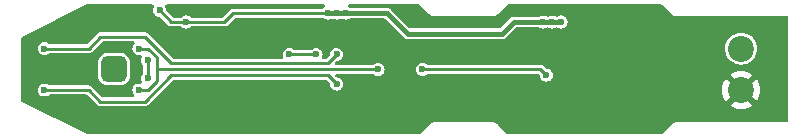
<source format=gbr>
%TF.GenerationSoftware,KiCad,Pcbnew,7.0.11-2.fc39*%
%TF.CreationDate,2024-11-23T03:24:36+03:00*%
%TF.ProjectId,logic_tester,6c6f6769-635f-4746-9573-7465722e6b69,1.0*%
%TF.SameCoordinates,PX47868c0PY55d4a80*%
%TF.FileFunction,Copper,L2,Bot*%
%TF.FilePolarity,Positive*%
%FSLAX46Y46*%
G04 Gerber Fmt 4.6, Leading zero omitted, Abs format (unit mm)*
G04 Created by KiCad (PCBNEW 7.0.11-2.fc39) date 2024-11-23 03:24:36*
%MOMM*%
%LPD*%
G01*
G04 APERTURE LIST*
G04 Aperture macros list*
%AMRoundRect*
0 Rectangle with rounded corners*
0 $1 Rounding radius*
0 $2 $3 $4 $5 $6 $7 $8 $9 X,Y pos of 4 corners*
0 Add a 4 corners polygon primitive as box body*
4,1,4,$2,$3,$4,$5,$6,$7,$8,$9,$2,$3,0*
0 Add four circle primitives for the rounded corners*
1,1,$1+$1,$2,$3*
1,1,$1+$1,$4,$5*
1,1,$1+$1,$6,$7*
1,1,$1+$1,$8,$9*
0 Add four rect primitives between the rounded corners*
20,1,$1+$1,$2,$3,$4,$5,0*
20,1,$1+$1,$4,$5,$6,$7,0*
20,1,$1+$1,$6,$7,$8,$9,0*
20,1,$1+$1,$8,$9,$2,$3,0*%
G04 Aperture macros list end*
%TA.AperFunction,ComponentPad*%
%ADD10C,2.200000*%
%TD*%
%TA.AperFunction,ComponentPad*%
%ADD11RoundRect,0.550000X0.550000X0.550000X-0.550000X0.550000X-0.550000X-0.550000X0.550000X-0.550000X0*%
%TD*%
%TA.AperFunction,ViaPad*%
%ADD12C,0.600000*%
%TD*%
%TA.AperFunction,Conductor*%
%ADD13C,0.400000*%
%TD*%
%TA.AperFunction,Conductor*%
%ADD14C,0.250000*%
%TD*%
G04 APERTURE END LIST*
D10*
%TO.P,J1,1,Pin_1*%
%TO.N,GNDD*%
X61500000Y-11750000D03*
%TO.P,J1,2,Pin_2*%
%TO.N,Net-(D1-A)*%
X61500000Y-8250000D03*
%TD*%
D11*
%TO.P,J2,1,Pin_1*%
%TO.N,/PROBE*%
X8400000Y-10000000D03*
%TD*%
D12*
%TO.N,GNDD*%
X33500000Y-5000000D03*
X30750000Y-6250000D03*
X27500000Y-14750000D03*
X10250000Y-10750000D03*
X36500000Y-14000000D03*
X32750000Y-13750000D03*
X48500000Y-13750000D03*
X37750000Y-14000000D03*
X40250000Y-14000000D03*
X37750000Y-6000000D03*
X10250000Y-9250000D03*
X39000000Y-6000000D03*
X49250000Y-5750000D03*
X34500000Y-13750000D03*
X41500000Y-14500000D03*
X13500000Y-8000000D03*
X49500000Y-13750000D03*
X41500000Y-5500000D03*
X14000000Y-14000000D03*
X14500000Y-5000000D03*
X47750000Y-5750000D03*
X36500000Y-6000000D03*
X11000000Y-5000000D03*
X39000000Y-14000000D03*
X2500000Y-7250000D03*
X14000000Y-13000000D03*
X20000000Y-6000000D03*
X11000000Y-15000000D03*
X26500000Y-14750000D03*
X47500000Y-13750000D03*
X26000000Y-11250000D03*
X40250000Y-6000000D03*
X2500000Y-12750000D03*
X34250000Y-5000000D03*
X14000000Y-11500000D03*
%TO.N,/REF_D*%
X23250000Y-8750000D03*
X25500000Y-8750000D03*
%TO.N,/CENTER*%
X11250000Y-9250000D03*
X11250000Y-10750000D03*
%TO.N,V+*%
X45500000Y-6000000D03*
X27250000Y-5250000D03*
X12250000Y-5000000D03*
X28000000Y-5250000D03*
X46250000Y-6000000D03*
X44750000Y-6000000D03*
X14500000Y-6000000D03*
X26500000Y-5250000D03*
%TO.N,/VCC_REG*%
X10500000Y-11750000D03*
X10500000Y-8250000D03*
X30750000Y-10000000D03*
%TO.N,Net-(U2-ADJ)*%
X34500000Y-10000000D03*
X45000000Y-10500000D03*
%TO.N,Net-(R17-Pad1)*%
X2500000Y-8250000D03*
X27250000Y-8750000D03*
%TO.N,Net-(R19-Pad1)*%
X2500000Y-11750000D03*
X27250000Y-11250000D03*
%TD*%
D13*
%TO.N,GNDD*%
X49250000Y-5750000D02*
X47750000Y-5750000D01*
X29500000Y-7500000D02*
X21500000Y-7500000D01*
X50000000Y-13250000D02*
X49500000Y-13750000D01*
X31500000Y-10750000D02*
X31500000Y-9500000D01*
X47500000Y-13750000D02*
X46250000Y-12500000D01*
D14*
X13500000Y-8000000D02*
X14500000Y-8000000D01*
X14500000Y-8000000D02*
X18000000Y-8000000D01*
D13*
X29500000Y-7500000D02*
X30750000Y-6250000D01*
D14*
X15750000Y-14750000D02*
X14000000Y-13000000D01*
D13*
X47750000Y-7000000D02*
X46250000Y-8500000D01*
X31500000Y-9500000D02*
X29500000Y-7500000D01*
X21500000Y-7500000D02*
X20000000Y-6000000D01*
D14*
X21750000Y-14750000D02*
X15750000Y-14750000D01*
D13*
X30000000Y-12250000D02*
X31500000Y-10750000D01*
X46250000Y-8500000D02*
X32500000Y-8500000D01*
X61500000Y-11750000D02*
X60000000Y-13250000D01*
D14*
X18000000Y-8000000D02*
X20000000Y-6000000D01*
X21750000Y-14750000D02*
X26500000Y-14750000D01*
D13*
X47750000Y-5750000D02*
X47750000Y-7000000D01*
X32500000Y-8500000D02*
X31500000Y-9500000D01*
X26000000Y-11250000D02*
X27000000Y-12250000D01*
X34500000Y-13750000D02*
X32750000Y-13750000D01*
X27000000Y-12250000D02*
X30000000Y-12250000D01*
X49500000Y-13750000D02*
X47500000Y-13750000D01*
D14*
X14000000Y-11500000D02*
X14000000Y-13000000D01*
D13*
X60000000Y-13250000D02*
X50000000Y-13250000D01*
X31500000Y-12500000D02*
X32750000Y-13750000D01*
X31500000Y-10750000D02*
X31500000Y-12500000D01*
X46250000Y-12500000D02*
X46250000Y-8500000D01*
D14*
%TO.N,/REF_D*%
X23250000Y-8750000D02*
X25500000Y-8750000D01*
%TO.N,/CENTER*%
X11250000Y-9250000D02*
X11250000Y-10750000D01*
%TO.N,V+*%
X17750000Y-6000000D02*
X18500000Y-5250000D01*
D13*
X28000000Y-5250000D02*
X31500000Y-5250000D01*
X33250000Y-7000000D02*
X41250000Y-7000000D01*
X45500000Y-6000000D02*
X46250000Y-6000000D01*
X31500000Y-5250000D02*
X33250000Y-7000000D01*
D14*
X26500000Y-5250000D02*
X18500000Y-5250000D01*
D13*
X42250000Y-6000000D02*
X46250000Y-6000000D01*
X41250000Y-7000000D02*
X42250000Y-6000000D01*
D14*
X13250000Y-6000000D02*
X14500000Y-6000000D01*
D13*
X45500000Y-6000000D02*
X44750000Y-6000000D01*
D14*
X12250000Y-5000000D02*
X13250000Y-6000000D01*
X14500000Y-6000000D02*
X17750000Y-6000000D01*
D13*
X26500000Y-5250000D02*
X28000000Y-5250000D01*
D14*
%TO.N,/VCC_REG*%
X12000000Y-11000000D02*
X12000000Y-10000000D01*
X12000000Y-9000000D02*
X12000000Y-10000000D01*
X11250000Y-11750000D02*
X12000000Y-11000000D01*
X10500000Y-8250000D02*
X11250000Y-8250000D01*
X12000000Y-10000000D02*
X30750000Y-10000000D01*
X11250000Y-8250000D02*
X12000000Y-9000000D01*
X10500000Y-11750000D02*
X11250000Y-11750000D01*
%TO.N,Net-(U2-ADJ)*%
X44500000Y-10000000D02*
X45000000Y-10500000D01*
X34500000Y-10000000D02*
X44500000Y-10000000D01*
%TO.N,Net-(R17-Pad1)*%
X26500000Y-9500000D02*
X13250000Y-9500000D01*
X6250000Y-8250000D02*
X7250000Y-7250000D01*
X2500000Y-8250000D02*
X6250000Y-8250000D01*
X13250000Y-9500000D02*
X11000000Y-7250000D01*
X11000000Y-7250000D02*
X7250000Y-7250000D01*
X27250000Y-8750000D02*
X26500000Y-9500000D01*
%TO.N,Net-(R19-Pad1)*%
X27250000Y-11250000D02*
X26500000Y-10500000D01*
X6250000Y-11750000D02*
X7250000Y-12750000D01*
X11000000Y-12750000D02*
X7250000Y-12750000D01*
X26500000Y-10500000D02*
X13250000Y-10500000D01*
X13250000Y-10500000D02*
X11000000Y-12750000D01*
X2500000Y-11750000D02*
X6250000Y-11750000D01*
%TD*%
%TA.AperFunction,Conductor*%
%TO.N,GNDD*%
G36*
X11713663Y-4520462D02*
G01*
X11768201Y-4575000D01*
X11788163Y-4649500D01*
X11771236Y-4712672D01*
X11772876Y-4713352D01*
X11713668Y-4856293D01*
X11694750Y-4999997D01*
X11694750Y-5000002D01*
X11713668Y-5143706D01*
X11769138Y-5277625D01*
X11834690Y-5363052D01*
X11857379Y-5392621D01*
X11858457Y-5393448D01*
X11972374Y-5480861D01*
X12106293Y-5536331D01*
X12227737Y-5552319D01*
X12298994Y-5581834D01*
X12313648Y-5594685D01*
X12946015Y-6227052D01*
X12965392Y-6250913D01*
X12969911Y-6257830D01*
X12969914Y-6257833D01*
X12969916Y-6257836D01*
X12993666Y-6276321D01*
X13003199Y-6284739D01*
X13006481Y-6287518D01*
X13006483Y-6287520D01*
X13022985Y-6299302D01*
X13027891Y-6302960D01*
X13068811Y-6334809D01*
X13068817Y-6334811D01*
X13075757Y-6338566D01*
X13082797Y-6342008D01*
X13082799Y-6342008D01*
X13082801Y-6342010D01*
X13132480Y-6356800D01*
X13138324Y-6358673D01*
X13156367Y-6364867D01*
X13187340Y-6375500D01*
X13195101Y-6376795D01*
X13202909Y-6377768D01*
X13202912Y-6377769D01*
X13254699Y-6375627D01*
X13260856Y-6375500D01*
X14034488Y-6375500D01*
X14108988Y-6395462D01*
X14125194Y-6406291D01*
X14222374Y-6480861D01*
X14356293Y-6536331D01*
X14499997Y-6555250D01*
X14500000Y-6555250D01*
X14500003Y-6555250D01*
X14643706Y-6536331D01*
X14643708Y-6536330D01*
X14643709Y-6536330D01*
X14777625Y-6480861D01*
X14874806Y-6406290D01*
X14946063Y-6376775D01*
X14965512Y-6375500D01*
X17695603Y-6375500D01*
X17726177Y-6378671D01*
X17734262Y-6380366D01*
X17734263Y-6380366D01*
X17734268Y-6380367D01*
X17762925Y-6376795D01*
X17764137Y-6376644D01*
X17776784Y-6375858D01*
X17781112Y-6375500D01*
X17781114Y-6375500D01*
X17801132Y-6372159D01*
X17807177Y-6371278D01*
X17836126Y-6367670D01*
X17858621Y-6364867D01*
X17858623Y-6364866D01*
X17858626Y-6364866D01*
X17858628Y-6364864D01*
X17866139Y-6362628D01*
X17873602Y-6360066D01*
X17873610Y-6360065D01*
X17919224Y-6335379D01*
X17924597Y-6332614D01*
X17971211Y-6309826D01*
X17971214Y-6309822D01*
X17977604Y-6305259D01*
X17983817Y-6300423D01*
X17983826Y-6300419D01*
X18018946Y-6262267D01*
X18023163Y-6257872D01*
X18611896Y-5669141D01*
X18678691Y-5630577D01*
X18717255Y-5625500D01*
X26034488Y-5625500D01*
X26108988Y-5645462D01*
X26125194Y-5656291D01*
X26222374Y-5730861D01*
X26356293Y-5786331D01*
X26499997Y-5805250D01*
X26500000Y-5805250D01*
X26500003Y-5805250D01*
X26643706Y-5786331D01*
X26643708Y-5786330D01*
X26643709Y-5786330D01*
X26777625Y-5730861D01*
X26777625Y-5730860D01*
X26777627Y-5730860D01*
X26786086Y-5725977D01*
X26786821Y-5727250D01*
X26848317Y-5701775D01*
X26867771Y-5700500D01*
X26882229Y-5700500D01*
X26956729Y-5720462D01*
X26971765Y-5730509D01*
X26972372Y-5730860D01*
X27106293Y-5786331D01*
X27249997Y-5805250D01*
X27250000Y-5805250D01*
X27250003Y-5805250D01*
X27393706Y-5786331D01*
X27393708Y-5786330D01*
X27393709Y-5786330D01*
X27527625Y-5730861D01*
X27527625Y-5730860D01*
X27527627Y-5730860D01*
X27536086Y-5725977D01*
X27536821Y-5727250D01*
X27598317Y-5701775D01*
X27617771Y-5700500D01*
X27632229Y-5700500D01*
X27706729Y-5720462D01*
X27721765Y-5730509D01*
X27722372Y-5730860D01*
X27856293Y-5786331D01*
X27999997Y-5805250D01*
X28000000Y-5805250D01*
X28000003Y-5805250D01*
X28143706Y-5786331D01*
X28143708Y-5786330D01*
X28143709Y-5786330D01*
X28277625Y-5730861D01*
X28277625Y-5730860D01*
X28277627Y-5730860D01*
X28286086Y-5725977D01*
X28286821Y-5727250D01*
X28348317Y-5701775D01*
X28367771Y-5700500D01*
X31251678Y-5700500D01*
X31326178Y-5720462D01*
X31357037Y-5744141D01*
X32907640Y-7294743D01*
X32918773Y-7307201D01*
X32940121Y-7333970D01*
X32986985Y-7365921D01*
X32991498Y-7369124D01*
X33007135Y-7380664D01*
X33037118Y-7402793D01*
X33037120Y-7402794D01*
X33044678Y-7406789D01*
X33052322Y-7410470D01*
X33052325Y-7410471D01*
X33052327Y-7410472D01*
X33106542Y-7427194D01*
X33111778Y-7428917D01*
X33165301Y-7447646D01*
X33165302Y-7447646D01*
X33173660Y-7449227D01*
X33182095Y-7450499D01*
X33182098Y-7450500D01*
X33238766Y-7450500D01*
X33244337Y-7450604D01*
X33245833Y-7450659D01*
X33301010Y-7452725D01*
X33301014Y-7452724D01*
X33312108Y-7451475D01*
X33312245Y-7452693D01*
X33328930Y-7450500D01*
X41216334Y-7450500D01*
X41233014Y-7451436D01*
X41267035Y-7455270D01*
X41322797Y-7444718D01*
X41328202Y-7443800D01*
X41384287Y-7435348D01*
X41384294Y-7435344D01*
X41392461Y-7432825D01*
X41400468Y-7430024D01*
X41400468Y-7430023D01*
X41400472Y-7430023D01*
X41450642Y-7403505D01*
X41455548Y-7401029D01*
X41506642Y-7376425D01*
X41506644Y-7376422D01*
X41513695Y-7371616D01*
X41520535Y-7366568D01*
X41520535Y-7366567D01*
X41520538Y-7366566D01*
X41560660Y-7326442D01*
X41564592Y-7322654D01*
X41606194Y-7284055D01*
X41606195Y-7284052D01*
X41606197Y-7284051D01*
X41613157Y-7275324D01*
X41614142Y-7276109D01*
X41624361Y-7262741D01*
X42392962Y-6494141D01*
X42459757Y-6455577D01*
X42498321Y-6450500D01*
X44382229Y-6450500D01*
X44456729Y-6470462D01*
X44471765Y-6480509D01*
X44472372Y-6480860D01*
X44606293Y-6536331D01*
X44749997Y-6555250D01*
X44750000Y-6555250D01*
X44750003Y-6555250D01*
X44893706Y-6536331D01*
X44893708Y-6536330D01*
X44893709Y-6536330D01*
X45027625Y-6480861D01*
X45027625Y-6480860D01*
X45027627Y-6480860D01*
X45036086Y-6475977D01*
X45036821Y-6477250D01*
X45098317Y-6451775D01*
X45117771Y-6450500D01*
X45132229Y-6450500D01*
X45206729Y-6470462D01*
X45221765Y-6480509D01*
X45222372Y-6480860D01*
X45356293Y-6536331D01*
X45499997Y-6555250D01*
X45500000Y-6555250D01*
X45500003Y-6555250D01*
X45643706Y-6536331D01*
X45643708Y-6536330D01*
X45643709Y-6536330D01*
X45777625Y-6480861D01*
X45777625Y-6480860D01*
X45777627Y-6480860D01*
X45786086Y-6475977D01*
X45786821Y-6477250D01*
X45848317Y-6451775D01*
X45867771Y-6450500D01*
X45882229Y-6450500D01*
X45956729Y-6470462D01*
X45971765Y-6480509D01*
X45972372Y-6480860D01*
X46106293Y-6536331D01*
X46249997Y-6555250D01*
X46250000Y-6555250D01*
X46250003Y-6555250D01*
X46393706Y-6536331D01*
X46393708Y-6536330D01*
X46393709Y-6536330D01*
X46527625Y-6480861D01*
X46642621Y-6392621D01*
X46730861Y-6277625D01*
X46786330Y-6143709D01*
X46786330Y-6143708D01*
X46786331Y-6143706D01*
X46805250Y-6000002D01*
X46805250Y-5999997D01*
X46786331Y-5856293D01*
X46730861Y-5722374D01*
X46669663Y-5642621D01*
X46642621Y-5607379D01*
X46593877Y-5569976D01*
X46527625Y-5519138D01*
X46393706Y-5463668D01*
X46250003Y-5444750D01*
X46249997Y-5444750D01*
X46106293Y-5463668D01*
X45972372Y-5519139D01*
X45963914Y-5524023D01*
X45963178Y-5522749D01*
X45901683Y-5548225D01*
X45882229Y-5549500D01*
X45867771Y-5549500D01*
X45793271Y-5529538D01*
X45778234Y-5519490D01*
X45777627Y-5519139D01*
X45643706Y-5463668D01*
X45500003Y-5444750D01*
X45499997Y-5444750D01*
X45356293Y-5463668D01*
X45222372Y-5519139D01*
X45213914Y-5524023D01*
X45213178Y-5522749D01*
X45151683Y-5548225D01*
X45132229Y-5549500D01*
X45117771Y-5549500D01*
X45043271Y-5529538D01*
X45028234Y-5519490D01*
X45027627Y-5519139D01*
X44893706Y-5463668D01*
X44750003Y-5444750D01*
X44749997Y-5444750D01*
X44606293Y-5463668D01*
X44472372Y-5519139D01*
X44463914Y-5524023D01*
X44463178Y-5522749D01*
X44401683Y-5548225D01*
X44382229Y-5549500D01*
X42283667Y-5549500D01*
X42266985Y-5548563D01*
X42232968Y-5544730D01*
X42232960Y-5544730D01*
X42177255Y-5555269D01*
X42171770Y-5556201D01*
X42115713Y-5564651D01*
X42107534Y-5567173D01*
X42099528Y-5569975D01*
X42049376Y-5596481D01*
X42044406Y-5598990D01*
X41993357Y-5623574D01*
X41986325Y-5628368D01*
X41979461Y-5633435D01*
X41939384Y-5673511D01*
X41935376Y-5677372D01*
X41893806Y-5715944D01*
X41886843Y-5724676D01*
X41885907Y-5723929D01*
X41875641Y-5737254D01*
X41107038Y-6505859D01*
X41040243Y-6544423D01*
X41001679Y-6549500D01*
X33498321Y-6549500D01*
X33423821Y-6529538D01*
X33392962Y-6505859D01*
X31842358Y-4955255D01*
X31831224Y-4942796D01*
X31809879Y-4916030D01*
X31764563Y-4885134D01*
X31763026Y-4884086D01*
X31758489Y-4880866D01*
X31712883Y-4847207D01*
X31705324Y-4843212D01*
X31697671Y-4839527D01*
X31643501Y-4822818D01*
X31638208Y-4821077D01*
X31584700Y-4802354D01*
X31576330Y-4800770D01*
X31567902Y-4799500D01*
X31567901Y-4799500D01*
X31511217Y-4799500D01*
X31505647Y-4799396D01*
X31503679Y-4799322D01*
X31478916Y-4798395D01*
X31460847Y-4792822D01*
X31459498Y-4793266D01*
X31459797Y-4794380D01*
X31459659Y-4794417D01*
X31453558Y-4795220D01*
X31446440Y-4797563D01*
X31437892Y-4798526D01*
X31437754Y-4797302D01*
X31421073Y-4799500D01*
X28367771Y-4799500D01*
X28293271Y-4779538D01*
X28277056Y-4768702D01*
X28275753Y-4767702D01*
X28228805Y-4706508D01*
X28218744Y-4630039D01*
X28248266Y-4558785D01*
X28309460Y-4511837D01*
X28366468Y-4500500D01*
X31429759Y-4500500D01*
X31456065Y-4507548D01*
X31484487Y-4500500D01*
X34230968Y-4500500D01*
X34305468Y-4520462D01*
X34336327Y-4544141D01*
X35096715Y-5304529D01*
X35116699Y-5329327D01*
X35117855Y-5331125D01*
X35117857Y-5331128D01*
X35154700Y-5363052D01*
X35154709Y-5363060D01*
X35162493Y-5370307D01*
X35171407Y-5379221D01*
X35181484Y-5386764D01*
X35181500Y-5386776D01*
X35189774Y-5393444D01*
X35226627Y-5425377D01*
X35226628Y-5425377D01*
X35226629Y-5425378D01*
X35228560Y-5426260D01*
X35255956Y-5442514D01*
X35257669Y-5443796D01*
X35303381Y-5460845D01*
X35313172Y-5464901D01*
X35357543Y-5485165D01*
X35359655Y-5485468D01*
X35390524Y-5493347D01*
X35392517Y-5494091D01*
X35441183Y-5497571D01*
X35451711Y-5498703D01*
X35464201Y-5500500D01*
X35476803Y-5500500D01*
X35487432Y-5500879D01*
X35536073Y-5504359D01*
X35538160Y-5503905D01*
X35569832Y-5500500D01*
X40430168Y-5500500D01*
X40461840Y-5503905D01*
X40463927Y-5504359D01*
X40512567Y-5500879D01*
X40523197Y-5500500D01*
X40535793Y-5500500D01*
X40535799Y-5500500D01*
X40548285Y-5498704D01*
X40558812Y-5497571D01*
X40607483Y-5494091D01*
X40609470Y-5493349D01*
X40640356Y-5485467D01*
X40640363Y-5485466D01*
X40642457Y-5485165D01*
X40686829Y-5464900D01*
X40696630Y-5460840D01*
X40742331Y-5443796D01*
X40744039Y-5442517D01*
X40771439Y-5426259D01*
X40773373Y-5425377D01*
X40810222Y-5393445D01*
X40818490Y-5386782D01*
X40828593Y-5379221D01*
X40837510Y-5370303D01*
X40845299Y-5363052D01*
X40882143Y-5331128D01*
X40883294Y-5329336D01*
X40903279Y-5304533D01*
X41663673Y-4544141D01*
X41730468Y-4505577D01*
X41769032Y-4500500D01*
X54730968Y-4500500D01*
X54805468Y-4520462D01*
X54836327Y-4544141D01*
X55596715Y-5304529D01*
X55616699Y-5329327D01*
X55617855Y-5331125D01*
X55617857Y-5331128D01*
X55654700Y-5363052D01*
X55654709Y-5363060D01*
X55662493Y-5370307D01*
X55671407Y-5379221D01*
X55681484Y-5386764D01*
X55681500Y-5386776D01*
X55689774Y-5393444D01*
X55726627Y-5425377D01*
X55726628Y-5425377D01*
X55726629Y-5425378D01*
X55728560Y-5426260D01*
X55755956Y-5442514D01*
X55757669Y-5443796D01*
X55803381Y-5460845D01*
X55813172Y-5464901D01*
X55857543Y-5485165D01*
X55859655Y-5485468D01*
X55890524Y-5493347D01*
X55892517Y-5494091D01*
X55941183Y-5497571D01*
X55951711Y-5498703D01*
X55964201Y-5500500D01*
X55976803Y-5500500D01*
X55987432Y-5500879D01*
X56036073Y-5504359D01*
X56038160Y-5503905D01*
X56069832Y-5500500D01*
X65350500Y-5500500D01*
X65425000Y-5520462D01*
X65479538Y-5575000D01*
X65499500Y-5649500D01*
X65499500Y-14350500D01*
X65479538Y-14425000D01*
X65425000Y-14479538D01*
X65350500Y-14499500D01*
X56069832Y-14499500D01*
X56038160Y-14496095D01*
X56036071Y-14495640D01*
X55991059Y-14498860D01*
X55987432Y-14499120D01*
X55976803Y-14499500D01*
X55964201Y-14499500D01*
X55951718Y-14501294D01*
X55941156Y-14502429D01*
X55892520Y-14505908D01*
X55892505Y-14505911D01*
X55890504Y-14506658D01*
X55859670Y-14514528D01*
X55857550Y-14514832D01*
X55857541Y-14514835D01*
X55813176Y-14535095D01*
X55803355Y-14539163D01*
X55757670Y-14556203D01*
X55757667Y-14556204D01*
X55755949Y-14557491D01*
X55728575Y-14573733D01*
X55726628Y-14574621D01*
X55726626Y-14574623D01*
X55689772Y-14606556D01*
X55681505Y-14613218D01*
X55671414Y-14620773D01*
X55671399Y-14620785D01*
X55662490Y-14629695D01*
X55654721Y-14636928D01*
X55617857Y-14668872D01*
X55617856Y-14668873D01*
X55617852Y-14668877D01*
X55616697Y-14670675D01*
X55596716Y-14695468D01*
X54836327Y-15455859D01*
X54769532Y-15494423D01*
X54730968Y-15499500D01*
X41769032Y-15499500D01*
X41694532Y-15479538D01*
X41663673Y-15455859D01*
X40903284Y-14695470D01*
X40883294Y-14670663D01*
X40882145Y-14668875D01*
X40882144Y-14668874D01*
X40882143Y-14668872D01*
X40845288Y-14636937D01*
X40837504Y-14629690D01*
X40828594Y-14620780D01*
X40828593Y-14620779D01*
X40818493Y-14613218D01*
X40810220Y-14606551D01*
X40773373Y-14574623D01*
X40773367Y-14574619D01*
X40771429Y-14573734D01*
X40744048Y-14557488D01*
X40742335Y-14556205D01*
X40696643Y-14539163D01*
X40686819Y-14535094D01*
X40642459Y-14514836D01*
X40642452Y-14514833D01*
X40640332Y-14514529D01*
X40609484Y-14506655D01*
X40607487Y-14505910D01*
X40607484Y-14505909D01*
X40607483Y-14505909D01*
X40607481Y-14505908D01*
X40607477Y-14505908D01*
X40558844Y-14502429D01*
X40548281Y-14501294D01*
X40539835Y-14500080D01*
X40535799Y-14499500D01*
X40535798Y-14499500D01*
X40523197Y-14499500D01*
X40512567Y-14499120D01*
X40508465Y-14498826D01*
X40463927Y-14495640D01*
X40461840Y-14496095D01*
X40430168Y-14499500D01*
X35569832Y-14499500D01*
X35538160Y-14496095D01*
X35536071Y-14495640D01*
X35491059Y-14498860D01*
X35487432Y-14499120D01*
X35476803Y-14499500D01*
X35464201Y-14499500D01*
X35451718Y-14501294D01*
X35441156Y-14502429D01*
X35392520Y-14505908D01*
X35392505Y-14505911D01*
X35390504Y-14506658D01*
X35359670Y-14514528D01*
X35357550Y-14514832D01*
X35357541Y-14514835D01*
X35313176Y-14535095D01*
X35303355Y-14539163D01*
X35257670Y-14556203D01*
X35257667Y-14556204D01*
X35255949Y-14557491D01*
X35228575Y-14573733D01*
X35226628Y-14574621D01*
X35226626Y-14574623D01*
X35189772Y-14606556D01*
X35181505Y-14613218D01*
X35171414Y-14620773D01*
X35171399Y-14620785D01*
X35162490Y-14629695D01*
X35154721Y-14636928D01*
X35117857Y-14668872D01*
X35117856Y-14668873D01*
X35117852Y-14668877D01*
X35116697Y-14670675D01*
X35096716Y-14695468D01*
X34336327Y-15455859D01*
X34269532Y-15494423D01*
X34230968Y-15499500D01*
X6153327Y-15499500D01*
X6086692Y-15483770D01*
X582865Y-12731855D01*
X525158Y-12680682D01*
X500768Y-12607512D01*
X500500Y-12598585D01*
X500500Y-11750002D01*
X1944750Y-11750002D01*
X1963668Y-11893706D01*
X2019138Y-12027625D01*
X2059940Y-12080798D01*
X2107379Y-12142621D01*
X2149513Y-12174952D01*
X2222374Y-12230861D01*
X2356293Y-12286331D01*
X2499997Y-12305250D01*
X2500000Y-12305250D01*
X2500003Y-12305250D01*
X2643706Y-12286331D01*
X2643708Y-12286330D01*
X2643709Y-12286330D01*
X2777625Y-12230861D01*
X2874806Y-12156290D01*
X2946063Y-12126775D01*
X2965512Y-12125500D01*
X6032745Y-12125500D01*
X6107245Y-12145462D01*
X6138104Y-12169141D01*
X6946015Y-12977052D01*
X6965392Y-13000913D01*
X6969911Y-13007830D01*
X6969914Y-13007833D01*
X6969916Y-13007836D01*
X6993666Y-13026321D01*
X7003199Y-13034739D01*
X7006481Y-13037518D01*
X7006483Y-13037520D01*
X7022985Y-13049302D01*
X7027891Y-13052960D01*
X7068811Y-13084809D01*
X7068817Y-13084811D01*
X7075757Y-13088566D01*
X7082797Y-13092008D01*
X7082799Y-13092008D01*
X7082801Y-13092010D01*
X7132480Y-13106800D01*
X7138324Y-13108673D01*
X7156367Y-13114867D01*
X7187340Y-13125500D01*
X7195101Y-13126795D01*
X7202909Y-13127768D01*
X7202912Y-13127769D01*
X7254699Y-13125627D01*
X7260856Y-13125500D01*
X10945603Y-13125500D01*
X10976177Y-13128671D01*
X10984262Y-13130366D01*
X10984263Y-13130366D01*
X10984268Y-13130367D01*
X11012925Y-13126795D01*
X11014137Y-13126644D01*
X11026784Y-13125858D01*
X11031112Y-13125500D01*
X11031114Y-13125500D01*
X11051132Y-13122159D01*
X11057177Y-13121278D01*
X11086126Y-13117670D01*
X11108621Y-13114867D01*
X11108623Y-13114866D01*
X11108626Y-13114866D01*
X11108628Y-13114864D01*
X11116139Y-13112628D01*
X11123602Y-13110066D01*
X11123610Y-13110065D01*
X11169224Y-13085379D01*
X11174597Y-13082614D01*
X11221211Y-13059826D01*
X11221214Y-13059822D01*
X11227604Y-13055259D01*
X11233817Y-13050423D01*
X11233826Y-13050419D01*
X11268946Y-13012267D01*
X11273163Y-13007872D01*
X13361896Y-10919141D01*
X13428691Y-10880577D01*
X13467255Y-10875500D01*
X26282745Y-10875500D01*
X26357245Y-10895462D01*
X26388104Y-10919141D01*
X26655314Y-11186351D01*
X26693878Y-11253146D01*
X26697680Y-11272261D01*
X26713669Y-11393706D01*
X26713668Y-11393706D01*
X26769138Y-11527625D01*
X26778754Y-11540156D01*
X26857379Y-11642621D01*
X26903630Y-11678111D01*
X26972374Y-11730861D01*
X27106293Y-11786331D01*
X27249997Y-11805250D01*
X27250000Y-11805250D01*
X27250003Y-11805250D01*
X27393706Y-11786331D01*
X27393708Y-11786330D01*
X27393709Y-11786330D01*
X27481419Y-11750000D01*
X59895052Y-11750000D01*
X59914812Y-12001072D01*
X59914814Y-12001079D01*
X59973600Y-12245944D01*
X59973604Y-12245958D01*
X60069978Y-12478626D01*
X60201569Y-12693364D01*
X60202266Y-12694179D01*
X61016922Y-11879522D01*
X61040507Y-11959844D01*
X61118239Y-12080798D01*
X61226900Y-12174952D01*
X61357685Y-12234680D01*
X61367466Y-12236086D01*
X60555819Y-13047733D01*
X60556634Y-13048430D01*
X60556639Y-13048433D01*
X60771366Y-13180017D01*
X60771371Y-13180020D01*
X61004041Y-13276395D01*
X61004055Y-13276399D01*
X61248920Y-13335185D01*
X61248927Y-13335187D01*
X61500000Y-13354947D01*
X61751072Y-13335187D01*
X61751079Y-13335185D01*
X61995944Y-13276399D01*
X61995958Y-13276395D01*
X62228626Y-13180021D01*
X62443363Y-13048431D01*
X62443366Y-13048428D01*
X62444179Y-13047732D01*
X61632533Y-12236086D01*
X61642315Y-12234680D01*
X61773100Y-12174952D01*
X61881761Y-12080798D01*
X61959493Y-11959844D01*
X61983076Y-11879523D01*
X62797732Y-12694179D01*
X62798428Y-12693366D01*
X62798431Y-12693363D01*
X62930021Y-12478626D01*
X63026395Y-12245958D01*
X63026399Y-12245944D01*
X63085185Y-12001079D01*
X63085187Y-12001072D01*
X63104947Y-11750000D01*
X63085187Y-11498927D01*
X63085185Y-11498920D01*
X63026399Y-11254055D01*
X63026395Y-11254041D01*
X62930020Y-11021371D01*
X62930017Y-11021366D01*
X62798433Y-10806639D01*
X62798430Y-10806634D01*
X62797733Y-10805819D01*
X61983076Y-11620475D01*
X61959493Y-11540156D01*
X61881761Y-11419202D01*
X61773100Y-11325048D01*
X61642315Y-11265320D01*
X61632531Y-11263913D01*
X62444179Y-10452266D01*
X62443364Y-10451569D01*
X62228626Y-10319978D01*
X61995958Y-10223604D01*
X61995944Y-10223600D01*
X61751079Y-10164814D01*
X61751072Y-10164812D01*
X61500000Y-10145052D01*
X61248927Y-10164812D01*
X61248920Y-10164814D01*
X61004055Y-10223600D01*
X61004041Y-10223604D01*
X60771371Y-10319979D01*
X60771366Y-10319982D01*
X60556639Y-10451567D01*
X60555819Y-10452266D01*
X61367466Y-11263913D01*
X61357685Y-11265320D01*
X61226900Y-11325048D01*
X61118239Y-11419202D01*
X61040507Y-11540156D01*
X61016923Y-11620476D01*
X60202266Y-10805819D01*
X60201567Y-10806639D01*
X60069982Y-11021366D01*
X60069979Y-11021371D01*
X59973604Y-11254041D01*
X59973600Y-11254055D01*
X59914814Y-11498920D01*
X59914812Y-11498927D01*
X59895052Y-11750000D01*
X27481419Y-11750000D01*
X27527625Y-11730861D01*
X27642621Y-11642621D01*
X27730861Y-11527625D01*
X27786330Y-11393709D01*
X27786330Y-11393708D01*
X27786331Y-11393706D01*
X27805250Y-11250002D01*
X27805250Y-11249997D01*
X27786331Y-11106293D01*
X27730861Y-10972374D01*
X27669661Y-10892618D01*
X27642621Y-10857379D01*
X27576496Y-10806639D01*
X27527625Y-10769138D01*
X27393706Y-10713668D01*
X27272262Y-10697680D01*
X27201005Y-10668164D01*
X27186352Y-10655314D01*
X27160897Y-10629859D01*
X27122333Y-10563064D01*
X27122333Y-10485936D01*
X27160897Y-10419141D01*
X27227692Y-10380577D01*
X27266256Y-10375500D01*
X30284488Y-10375500D01*
X30358988Y-10395462D01*
X30375194Y-10406291D01*
X30472374Y-10480861D01*
X30606293Y-10536331D01*
X30749997Y-10555250D01*
X30750000Y-10555250D01*
X30750003Y-10555250D01*
X30893706Y-10536331D01*
X30893708Y-10536330D01*
X30893709Y-10536330D01*
X31027625Y-10480861D01*
X31142621Y-10392621D01*
X31230861Y-10277625D01*
X31286330Y-10143709D01*
X31286330Y-10143708D01*
X31286331Y-10143706D01*
X31305250Y-10000002D01*
X33944750Y-10000002D01*
X33963668Y-10143706D01*
X34019138Y-10277625D01*
X34079502Y-10356291D01*
X34107379Y-10392621D01*
X34154602Y-10428857D01*
X34222374Y-10480861D01*
X34356293Y-10536331D01*
X34499997Y-10555250D01*
X34500000Y-10555250D01*
X34500003Y-10555250D01*
X34643706Y-10536331D01*
X34643708Y-10536330D01*
X34643709Y-10536330D01*
X34777625Y-10480861D01*
X34874806Y-10406290D01*
X34946063Y-10376775D01*
X34965512Y-10375500D01*
X44282746Y-10375500D01*
X44357246Y-10395462D01*
X44388098Y-10419136D01*
X44405316Y-10436353D01*
X44443878Y-10503145D01*
X44447680Y-10522260D01*
X44463669Y-10643706D01*
X44463668Y-10643706D01*
X44519138Y-10777625D01*
X44541402Y-10806639D01*
X44607379Y-10892621D01*
X44654602Y-10928857D01*
X44722374Y-10980861D01*
X44856293Y-11036331D01*
X44999997Y-11055250D01*
X45000000Y-11055250D01*
X45000003Y-11055250D01*
X45143706Y-11036331D01*
X45143708Y-11036330D01*
X45143709Y-11036330D01*
X45277625Y-10980861D01*
X45392621Y-10892621D01*
X45480861Y-10777625D01*
X45536330Y-10643709D01*
X45536330Y-10643708D01*
X45536331Y-10643706D01*
X45555250Y-10500002D01*
X45555250Y-10499997D01*
X45536331Y-10356293D01*
X45480861Y-10222374D01*
X45420496Y-10143706D01*
X45392621Y-10107379D01*
X45365945Y-10086910D01*
X45277625Y-10019138D01*
X45143706Y-9963668D01*
X45022262Y-9947680D01*
X44951005Y-9918164D01*
X44936352Y-9905314D01*
X44803980Y-9772942D01*
X44784601Y-9749078D01*
X44780084Y-9742164D01*
X44780082Y-9742162D01*
X44756334Y-9723678D01*
X44746804Y-9715262D01*
X44743527Y-9712487D01*
X44743520Y-9712482D01*
X44743518Y-9712480D01*
X44727006Y-9700691D01*
X44722071Y-9697011D01*
X44681189Y-9665191D01*
X44674299Y-9661461D01*
X44667201Y-9657991D01*
X44667199Y-9657990D01*
X44617510Y-9643196D01*
X44611700Y-9641334D01*
X44589612Y-9633752D01*
X44562661Y-9624500D01*
X44554915Y-9623207D01*
X44547088Y-9622232D01*
X44495315Y-9624373D01*
X44489159Y-9624500D01*
X34965512Y-9624500D01*
X34891012Y-9604538D01*
X34874806Y-9593709D01*
X34777625Y-9519138D01*
X34643706Y-9463668D01*
X34500003Y-9444750D01*
X34499997Y-9444750D01*
X34356293Y-9463668D01*
X34222374Y-9519138D01*
X34107381Y-9607377D01*
X34107377Y-9607381D01*
X34019138Y-9722374D01*
X33963668Y-9856293D01*
X33944750Y-9999997D01*
X33944750Y-10000002D01*
X31305250Y-10000002D01*
X31305250Y-9999997D01*
X31286331Y-9856293D01*
X31230861Y-9722374D01*
X31154018Y-9622232D01*
X31142621Y-9607379D01*
X31067844Y-9550000D01*
X31027625Y-9519138D01*
X30893706Y-9463668D01*
X30750003Y-9444750D01*
X30749997Y-9444750D01*
X30606293Y-9463668D01*
X30472374Y-9519138D01*
X30375194Y-9593709D01*
X30303937Y-9623225D01*
X30284488Y-9624500D01*
X27266254Y-9624500D01*
X27191754Y-9604538D01*
X27137216Y-9550000D01*
X27117254Y-9475500D01*
X27137216Y-9401000D01*
X27160893Y-9370143D01*
X27186350Y-9344685D01*
X27253142Y-9306122D01*
X27272257Y-9302319D01*
X27305642Y-9297924D01*
X27393706Y-9286331D01*
X27393708Y-9286330D01*
X27393709Y-9286330D01*
X27527625Y-9230861D01*
X27642621Y-9142621D01*
X27730861Y-9027625D01*
X27786330Y-8893709D01*
X27786330Y-8893708D01*
X27786331Y-8893706D01*
X27805250Y-8750002D01*
X27805250Y-8749997D01*
X27786331Y-8606293D01*
X27730861Y-8472374D01*
X27654780Y-8373225D01*
X27642621Y-8357379D01*
X27615945Y-8336910D01*
X27527625Y-8269138D01*
X27481421Y-8250000D01*
X60144341Y-8250000D01*
X60164937Y-8485409D01*
X60208904Y-8649500D01*
X60226097Y-8713663D01*
X60325965Y-8927830D01*
X60461505Y-9121401D01*
X60628599Y-9288495D01*
X60822170Y-9424035D01*
X61036337Y-9523903D01*
X61264592Y-9585063D01*
X61500000Y-9605659D01*
X61735408Y-9585063D01*
X61963663Y-9523903D01*
X62177830Y-9424035D01*
X62371401Y-9288495D01*
X62538495Y-9121401D01*
X62674035Y-8927830D01*
X62773903Y-8713663D01*
X62835063Y-8485408D01*
X62855659Y-8250000D01*
X62835063Y-8014592D01*
X62773903Y-7786337D01*
X62674035Y-7572171D01*
X62538495Y-7378599D01*
X62371401Y-7211505D01*
X62177830Y-7075965D01*
X61963663Y-6976097D01*
X61963661Y-6976096D01*
X61735409Y-6914937D01*
X61500000Y-6894341D01*
X61264590Y-6914937D01*
X61036340Y-6976096D01*
X61036339Y-6976096D01*
X61036337Y-6976097D01*
X60822171Y-7075965D01*
X60822168Y-7075966D01*
X60822168Y-7075967D01*
X60628596Y-7211507D01*
X60461507Y-7378596D01*
X60411160Y-7450500D01*
X60325965Y-7572171D01*
X60234117Y-7769139D01*
X60226096Y-7786340D01*
X60164937Y-8014590D01*
X60144341Y-8250000D01*
X27481421Y-8250000D01*
X27393706Y-8213668D01*
X27250003Y-8194750D01*
X27249997Y-8194750D01*
X27106293Y-8213668D01*
X26972374Y-8269138D01*
X26857381Y-8357377D01*
X26857377Y-8357381D01*
X26769138Y-8472374D01*
X26713668Y-8606293D01*
X26697680Y-8727736D01*
X26668164Y-8798993D01*
X26655314Y-8813646D01*
X26388103Y-9080859D01*
X26321309Y-9119423D01*
X26282744Y-9124500D01*
X26163727Y-9124500D01*
X26089227Y-9104538D01*
X26034689Y-9050000D01*
X26014727Y-8975500D01*
X26026068Y-8918483D01*
X26036330Y-8893709D01*
X26042238Y-8848839D01*
X26055250Y-8750002D01*
X26055250Y-8749997D01*
X26036331Y-8606293D01*
X25980861Y-8472374D01*
X25904780Y-8373225D01*
X25892621Y-8357379D01*
X25865945Y-8336910D01*
X25777625Y-8269138D01*
X25643706Y-8213668D01*
X25500003Y-8194750D01*
X25499997Y-8194750D01*
X25356293Y-8213668D01*
X25222374Y-8269138D01*
X25125194Y-8343709D01*
X25053937Y-8373225D01*
X25034488Y-8374500D01*
X23715512Y-8374500D01*
X23641012Y-8354538D01*
X23624806Y-8343709D01*
X23527625Y-8269138D01*
X23393706Y-8213668D01*
X23250003Y-8194750D01*
X23249997Y-8194750D01*
X23106293Y-8213668D01*
X22972374Y-8269138D01*
X22857381Y-8357377D01*
X22857377Y-8357381D01*
X22769138Y-8472374D01*
X22713668Y-8606293D01*
X22694750Y-8749997D01*
X22694750Y-8750002D01*
X22713668Y-8893704D01*
X22713669Y-8893708D01*
X22713670Y-8893709D01*
X22723931Y-8918482D01*
X22733998Y-8994948D01*
X22704483Y-9066205D01*
X22643293Y-9113158D01*
X22586273Y-9124500D01*
X13467255Y-9124500D01*
X13392755Y-9104538D01*
X13361896Y-9080859D01*
X11303980Y-7022942D01*
X11284601Y-6999078D01*
X11280084Y-6992164D01*
X11280082Y-6992162D01*
X11256334Y-6973678D01*
X11246804Y-6965262D01*
X11243527Y-6962487D01*
X11243520Y-6962482D01*
X11243518Y-6962480D01*
X11227006Y-6950691D01*
X11222071Y-6947011D01*
X11181189Y-6915191D01*
X11174299Y-6911461D01*
X11167201Y-6907991D01*
X11167199Y-6907990D01*
X11117510Y-6893196D01*
X11111700Y-6891334D01*
X11072384Y-6877838D01*
X11062661Y-6874500D01*
X11054915Y-6873207D01*
X11047088Y-6872232D01*
X10995315Y-6874373D01*
X10989159Y-6874500D01*
X7304398Y-6874500D01*
X7273821Y-6871329D01*
X7265732Y-6869633D01*
X7265731Y-6869633D01*
X7235863Y-6873356D01*
X7223239Y-6874139D01*
X7218874Y-6874501D01*
X7198870Y-6877838D01*
X7192787Y-6878724D01*
X7141375Y-6885133D01*
X7133838Y-6887376D01*
X7126391Y-6889933D01*
X7080831Y-6914589D01*
X7075359Y-6917406D01*
X7028787Y-6940174D01*
X7022385Y-6944744D01*
X7016175Y-6949578D01*
X6981077Y-6987704D01*
X6976816Y-6992145D01*
X6138103Y-7830859D01*
X6071308Y-7869423D01*
X6032744Y-7874500D01*
X2965512Y-7874500D01*
X2891012Y-7854538D01*
X2874806Y-7843709D01*
X2777625Y-7769138D01*
X2643706Y-7713668D01*
X2500003Y-7694750D01*
X2499997Y-7694750D01*
X2356293Y-7713668D01*
X2222374Y-7769138D01*
X2107381Y-7857377D01*
X2107377Y-7857381D01*
X2019138Y-7972374D01*
X1963668Y-8106293D01*
X1944750Y-8249997D01*
X1944750Y-8250002D01*
X1963668Y-8393706D01*
X2019138Y-8527625D01*
X2061313Y-8582587D01*
X2107379Y-8642621D01*
X2116344Y-8649500D01*
X2222374Y-8730861D01*
X2356293Y-8786331D01*
X2499997Y-8805250D01*
X2500000Y-8805250D01*
X2500003Y-8805250D01*
X2643706Y-8786331D01*
X2643708Y-8786330D01*
X2643709Y-8786330D01*
X2777625Y-8730861D01*
X2874806Y-8656290D01*
X2946063Y-8626775D01*
X2965512Y-8625500D01*
X6195603Y-8625500D01*
X6226177Y-8628671D01*
X6234262Y-8630366D01*
X6234263Y-8630366D01*
X6234268Y-8630367D01*
X6259789Y-8627185D01*
X6264137Y-8626644D01*
X6276784Y-8625858D01*
X6281112Y-8625500D01*
X6281114Y-8625500D01*
X6301132Y-8622159D01*
X6307177Y-8621278D01*
X6336126Y-8617670D01*
X6358621Y-8614867D01*
X6358623Y-8614866D01*
X6358626Y-8614866D01*
X6358628Y-8614864D01*
X6366139Y-8612628D01*
X6373602Y-8610066D01*
X6373610Y-8610065D01*
X6419224Y-8585379D01*
X6424597Y-8582614D01*
X6471211Y-8559826D01*
X6471214Y-8559822D01*
X6477604Y-8555259D01*
X6483817Y-8550423D01*
X6483826Y-8550419D01*
X6518946Y-8512267D01*
X6523163Y-8507872D01*
X7361896Y-7669141D01*
X7428691Y-7630577D01*
X7467255Y-7625500D01*
X9983164Y-7625500D01*
X10057664Y-7645462D01*
X10112202Y-7700000D01*
X10132164Y-7774500D01*
X10112202Y-7849000D01*
X10101373Y-7865206D01*
X10019138Y-7972374D01*
X9963668Y-8106293D01*
X9944750Y-8249997D01*
X9944750Y-8250002D01*
X9963668Y-8393706D01*
X10019138Y-8527625D01*
X10061313Y-8582587D01*
X10107379Y-8642621D01*
X10116344Y-8649500D01*
X10222374Y-8730861D01*
X10356293Y-8786331D01*
X10499997Y-8805250D01*
X10500000Y-8805250D01*
X10500003Y-8805250D01*
X10602013Y-8791820D01*
X10678481Y-8801887D01*
X10739671Y-8848839D01*
X10769186Y-8920097D01*
X10759120Y-8996563D01*
X10713668Y-9106295D01*
X10694750Y-9249997D01*
X10694750Y-9250002D01*
X10713668Y-9393706D01*
X10769138Y-9527625D01*
X10843709Y-9624806D01*
X10873225Y-9696063D01*
X10874500Y-9715512D01*
X10874500Y-10284487D01*
X10854538Y-10358987D01*
X10843709Y-10375193D01*
X10769139Y-10472374D01*
X10713668Y-10606293D01*
X10694750Y-10749997D01*
X10694750Y-10750002D01*
X10713668Y-10893706D01*
X10759119Y-11003435D01*
X10769186Y-11079903D01*
X10739670Y-11151160D01*
X10678480Y-11198112D01*
X10602014Y-11208179D01*
X10500004Y-11194750D01*
X10499997Y-11194750D01*
X10356293Y-11213668D01*
X10222374Y-11269138D01*
X10107381Y-11357377D01*
X10107377Y-11357381D01*
X10019138Y-11472374D01*
X9963668Y-11606293D01*
X9944750Y-11749997D01*
X9944750Y-11750002D01*
X9963668Y-11893706D01*
X10019138Y-12027625D01*
X10101373Y-12134794D01*
X10130889Y-12206051D01*
X10120822Y-12282519D01*
X10073870Y-12343709D01*
X10002613Y-12373225D01*
X9983164Y-12374500D01*
X7467255Y-12374500D01*
X7392755Y-12354538D01*
X7361896Y-12330859D01*
X6553980Y-11522942D01*
X6534601Y-11499078D01*
X6530084Y-11492164D01*
X6530082Y-11492162D01*
X6506334Y-11473678D01*
X6496804Y-11465262D01*
X6493527Y-11462487D01*
X6493520Y-11462482D01*
X6493518Y-11462480D01*
X6477006Y-11450691D01*
X6472071Y-11447011D01*
X6431189Y-11415191D01*
X6424299Y-11411461D01*
X6417201Y-11407991D01*
X6417199Y-11407990D01*
X6367510Y-11393196D01*
X6361700Y-11391334D01*
X6339612Y-11383752D01*
X6312661Y-11374500D01*
X6304915Y-11373207D01*
X6297088Y-11372232D01*
X6245315Y-11374373D01*
X6239159Y-11374500D01*
X2965512Y-11374500D01*
X2891012Y-11354538D01*
X2874806Y-11343709D01*
X2777625Y-11269138D01*
X2643706Y-11213668D01*
X2500003Y-11194750D01*
X2499997Y-11194750D01*
X2356293Y-11213668D01*
X2222374Y-11269138D01*
X2107381Y-11357377D01*
X2107377Y-11357381D01*
X2019138Y-11472374D01*
X1963668Y-11606293D01*
X1944750Y-11749997D01*
X1944750Y-11750002D01*
X500500Y-11750002D01*
X500500Y-10594954D01*
X7049500Y-10594954D01*
X7050778Y-10606293D01*
X7064631Y-10729253D01*
X7109465Y-10857381D01*
X7124211Y-10899522D01*
X7220184Y-11052262D01*
X7347738Y-11179816D01*
X7500478Y-11275789D01*
X7670745Y-11335368D01*
X7805046Y-11350500D01*
X7805047Y-11350500D01*
X8994953Y-11350500D01*
X8994954Y-11350500D01*
X9129255Y-11335368D01*
X9299522Y-11275789D01*
X9452262Y-11179816D01*
X9579816Y-11052262D01*
X9675789Y-10899522D01*
X9735368Y-10729255D01*
X9750500Y-10594954D01*
X9750500Y-9405046D01*
X9735368Y-9270745D01*
X9675789Y-9100478D01*
X9579816Y-8947738D01*
X9452262Y-8820184D01*
X9299522Y-8724211D01*
X9129255Y-8664632D01*
X9129254Y-8664631D01*
X9129253Y-8664631D01*
X9012006Y-8651421D01*
X8994954Y-8649500D01*
X7805046Y-8649500D01*
X7789915Y-8651204D01*
X7670746Y-8664631D01*
X7500477Y-8724211D01*
X7347738Y-8820184D01*
X7220184Y-8947738D01*
X7124211Y-9100477D01*
X7064631Y-9270746D01*
X7051204Y-9389915D01*
X7049500Y-9405046D01*
X7049500Y-10594954D01*
X500500Y-10594954D01*
X500500Y-7401413D01*
X520462Y-7326913D01*
X575000Y-7272375D01*
X582851Y-7268150D01*
X6086692Y-4516230D01*
X6153327Y-4500500D01*
X11639163Y-4500500D01*
X11713663Y-4520462D01*
G37*
%TD.AperFunction*%
%TA.AperFunction,Conductor*%
G36*
X26208032Y-4520462D02*
G01*
X26262570Y-4575000D01*
X26282532Y-4649500D01*
X26262570Y-4724000D01*
X26224238Y-4767709D01*
X26125194Y-4843709D01*
X26053937Y-4873225D01*
X26034488Y-4874500D01*
X18554397Y-4874500D01*
X18523823Y-4871329D01*
X18515737Y-4869633D01*
X18515728Y-4869633D01*
X18485863Y-4873356D01*
X18473241Y-4874139D01*
X18468882Y-4874500D01*
X18448908Y-4877833D01*
X18442824Y-4878719D01*
X18391377Y-4885132D01*
X18383847Y-4887373D01*
X18376389Y-4889934D01*
X18330843Y-4914582D01*
X18325375Y-4917397D01*
X18278786Y-4940174D01*
X18272403Y-4944731D01*
X18266173Y-4949581D01*
X18231077Y-4987704D01*
X18226816Y-4992145D01*
X17638103Y-5580859D01*
X17571308Y-5619423D01*
X17532744Y-5624500D01*
X14965512Y-5624500D01*
X14891012Y-5604538D01*
X14874806Y-5593709D01*
X14777625Y-5519138D01*
X14643706Y-5463668D01*
X14500003Y-5444750D01*
X14499997Y-5444750D01*
X14356293Y-5463668D01*
X14222374Y-5519138D01*
X14125194Y-5593709D01*
X14053937Y-5623225D01*
X14034488Y-5624500D01*
X13467255Y-5624500D01*
X13392755Y-5604538D01*
X13361896Y-5580859D01*
X12844685Y-5063647D01*
X12806121Y-4996852D01*
X12802319Y-4977736D01*
X12786331Y-4856293D01*
X12727124Y-4713352D01*
X12728763Y-4712672D01*
X12711837Y-4649499D01*
X12731799Y-4575000D01*
X12786337Y-4520462D01*
X12860837Y-4500500D01*
X26133532Y-4500500D01*
X26208032Y-4520462D01*
G37*
%TD.AperFunction*%
%TD*%
M02*

</source>
